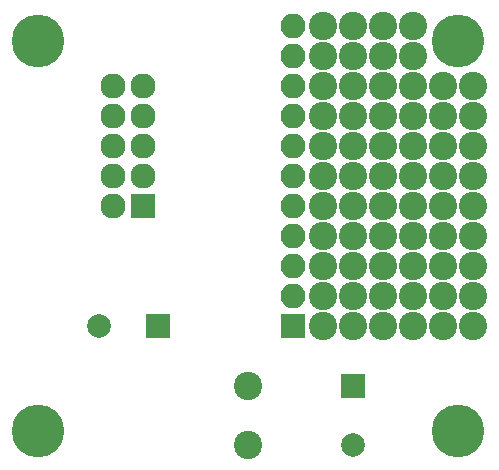
<source format=gbs>
G04 #@! TF.FileFunction,Soldermask,Bot*
%FSLAX46Y46*%
G04 Gerber Fmt 4.6, Leading zero omitted, Abs format (unit mm)*
G04 Created by KiCad (PCBNEW 4.0.7-e0-6372~58~ubuntu16.10.1) date Fri Jul 21 12:49:51 2017*
%MOMM*%
%LPD*%
G01*
G04 APERTURE LIST*
%ADD10C,0.100000*%
%ADD11C,4.464000*%
%ADD12C,2.398980*%
%ADD13R,2.000000X2.000000*%
%ADD14C,2.000000*%
%ADD15C,2.400000*%
%ADD16R,2.127200X2.127200*%
%ADD17O,2.127200X2.127200*%
%ADD18R,2.100000X2.100000*%
%ADD19O,2.100000X2.100000*%
G04 APERTURE END LIST*
D10*
D11*
X156210000Y-110490000D03*
X156210000Y-77470000D03*
X191770000Y-77470000D03*
D12*
X193040000Y-101600000D03*
X190500000Y-101600000D03*
X187960000Y-101600000D03*
X185420000Y-101600000D03*
X182880000Y-101600000D03*
X180340000Y-101600000D03*
X193040000Y-99060000D03*
X190500000Y-99060000D03*
X187960000Y-99060000D03*
X185420000Y-99060000D03*
X182880000Y-99060000D03*
X180340000Y-99060000D03*
X193040000Y-96520000D03*
X190500000Y-96520000D03*
X187960000Y-96520000D03*
X185420000Y-96520000D03*
X182880000Y-96520000D03*
X180340000Y-96520000D03*
X193040000Y-93980000D03*
X190500000Y-93980000D03*
X187960000Y-93980000D03*
X185420000Y-93980000D03*
X182880000Y-93980000D03*
X180340000Y-93980000D03*
X193040000Y-91440000D03*
X190500000Y-91440000D03*
X187960000Y-91440000D03*
X185420000Y-91440000D03*
X182880000Y-91440000D03*
X180340000Y-91440000D03*
X193040000Y-88900000D03*
X190500000Y-88900000D03*
X187960000Y-88900000D03*
X185420000Y-88900000D03*
X182880000Y-88900000D03*
X180340000Y-88900000D03*
X193040000Y-86360000D03*
X190500000Y-86360000D03*
X187960000Y-86360000D03*
X185420000Y-86360000D03*
X182880000Y-86360000D03*
X180340000Y-86360000D03*
X193040000Y-83820000D03*
X190500000Y-83820000D03*
X187960000Y-83820000D03*
X185420000Y-83820000D03*
X182880000Y-83820000D03*
X180340000Y-83820000D03*
X193040000Y-81280000D03*
X190500000Y-81280000D03*
X187960000Y-81280000D03*
X185420000Y-81280000D03*
X182880000Y-81280000D03*
X180340000Y-81280000D03*
X187960000Y-78740000D03*
X185420000Y-78740000D03*
X182880000Y-78740000D03*
X180340000Y-78740000D03*
X187960000Y-76200000D03*
X185420000Y-76200000D03*
X182880000Y-76200000D03*
D13*
X166370000Y-101600000D03*
D14*
X161370000Y-101600000D03*
D13*
X182880000Y-106680000D03*
D14*
X182880000Y-111680000D03*
D15*
X173990000Y-106680000D03*
X173990000Y-111680000D03*
D16*
X165100000Y-91440000D03*
D17*
X162560000Y-91440000D03*
X165100000Y-88900000D03*
X162560000Y-88900000D03*
X165100000Y-86360000D03*
X162560000Y-86360000D03*
X165100000Y-83820000D03*
X162560000Y-83820000D03*
X165100000Y-81280000D03*
X162560000Y-81280000D03*
D18*
X177800000Y-101600000D03*
D19*
X177800000Y-99060000D03*
X177800000Y-96520000D03*
X177800000Y-93980000D03*
X177800000Y-91440000D03*
X177800000Y-88900000D03*
X177800000Y-86360000D03*
X177800000Y-83820000D03*
X177800000Y-81280000D03*
X177800000Y-78740000D03*
X177800000Y-76200000D03*
D12*
X180340000Y-76200000D03*
D11*
X191770000Y-110490000D03*
M02*

</source>
